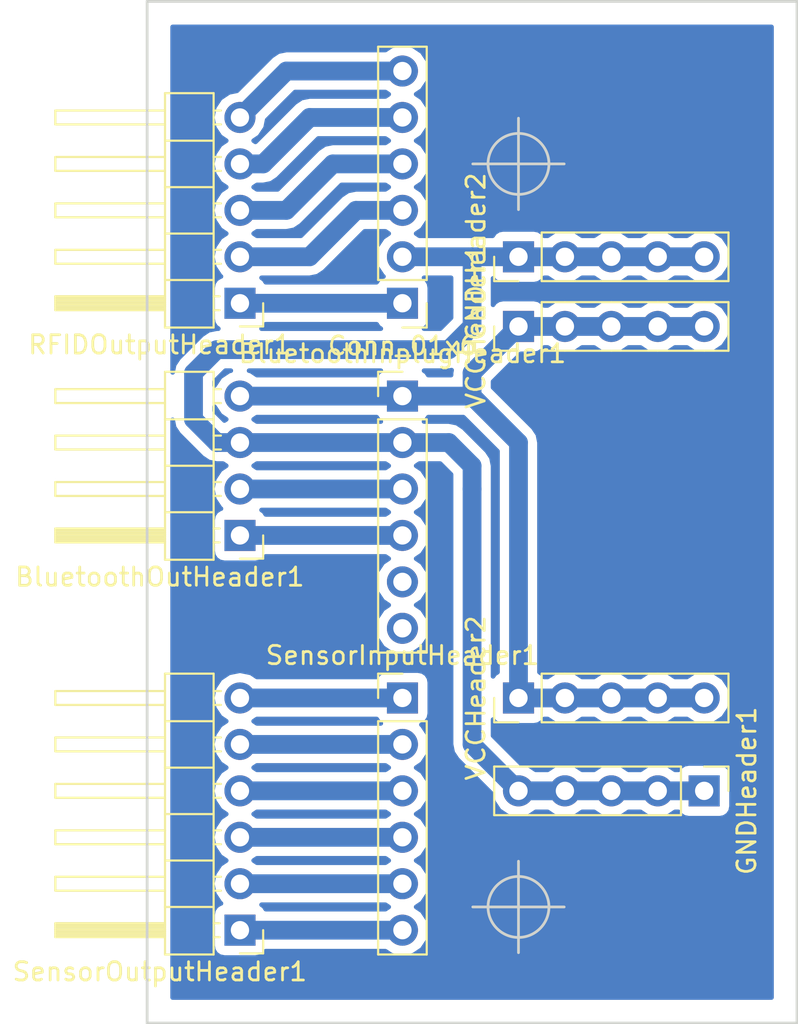
<source format=kicad_pcb>
(kicad_pcb (version 4) (host pcbnew 4.0.7)

  (general
    (links 36)
    (no_connects 0)
    (area 126.195951 62.154999 170.255001 118.185001)
    (thickness 1.6)
    (drawings 6)
    (tracks 58)
    (zones 0)
    (modules 10)
    (nets 18)
  )

  (page A4)
  (layers
    (0 F.Cu signal)
    (31 B.Cu signal)
    (32 B.Adhes user)
    (33 F.Adhes user)
    (34 B.Paste user)
    (35 F.Paste user)
    (36 B.SilkS user)
    (37 F.SilkS user)
    (38 B.Mask user)
    (39 F.Mask user)
    (40 Dwgs.User user)
    (41 Cmts.User user)
    (42 Eco1.User user)
    (43 Eco2.User user)
    (44 Edge.Cuts user)
    (45 Margin user)
    (46 B.CrtYd user)
    (47 F.CrtYd user)
    (48 B.Fab user)
    (49 F.Fab user)
  )

  (setup
    (last_trace_width 1.027)
    (trace_clearance 0.5)
    (zone_clearance 0.508)
    (zone_45_only yes)
    (trace_min 0.2)
    (segment_width 0.2)
    (edge_width 0.15)
    (via_size 0.6)
    (via_drill 0.4)
    (via_min_size 0.4)
    (via_min_drill 0.3)
    (uvia_size 0.3)
    (uvia_drill 0.1)
    (uvias_allowed no)
    (uvia_min_size 0.2)
    (uvia_min_drill 0.1)
    (pcb_text_width 0.3)
    (pcb_text_size 1.5 1.5)
    (mod_edge_width 0.15)
    (mod_text_size 1 1)
    (mod_text_width 0.15)
    (pad_size 2 2)
    (pad_drill 0.762)
    (pad_to_mask_clearance 0.2)
    (aux_axis_origin 0 0)
    (visible_elements 7FFFFFFF)
    (pcbplotparams
      (layerselection 0x00030_80000001)
      (usegerberextensions false)
      (excludeedgelayer true)
      (linewidth 0.100000)
      (plotframeref false)
      (viasonmask false)
      (mode 1)
      (useauxorigin false)
      (hpglpennumber 1)
      (hpglpenspeed 20)
      (hpglpendiameter 15)
      (hpglpenoverlay 2)
      (psnegative false)
      (psa4output false)
      (plotreference true)
      (plotvalue true)
      (plotinvisibletext false)
      (padsonsilk false)
      (subtractmaskfromsilk false)
      (outputformat 1)
      (mirror false)
      (drillshape 1)
      (scaleselection 1)
      (outputdirectory ""))
  )

  (net 0 "")
  (net 1 Vcc)
  (net 2 GND)
  (net 3 TX)
  (net 4 RX)
  (net 5 OUT0)
  (net 6 OUT1)
  (net 7 OUT2)
  (net 8 OUT3)
  (net 9 OUT5)
  (net 10 OUT4)
  (net 11 "Net-(BluetoothInplugHeader1-Pad5)")
  (net 12 "Net-(BluetoothInplugHeader1-Pad6)")
  (net 13 VCC3.3)
  (net 14 MISO)
  (net 15 MOSI)
  (net 16 SCK)
  (net 17 SDA)

  (net_class Default "This is the default net class."
    (clearance 0.5)
    (trace_width 1.027)
    (via_dia 0.6)
    (via_drill 0.4)
    (uvia_dia 0.3)
    (uvia_drill 0.1)
    (add_net GND)
    (add_net MISO)
    (add_net MOSI)
    (add_net "Net-(BluetoothInplugHeader1-Pad5)")
    (add_net "Net-(BluetoothInplugHeader1-Pad6)")
    (add_net OUT0)
    (add_net OUT1)
    (add_net OUT2)
    (add_net OUT3)
    (add_net OUT4)
    (add_net OUT5)
    (add_net RX)
    (add_net SCK)
    (add_net SDA)
    (add_net TX)
    (add_net VCC3.3)
    (add_net Vcc)
  )

  (module Pin_Headers:Pin_Header_Straight_1x06_Pitch2.54mm (layer F.Cu) (tedit 59650532) (tstamp 5AB3A024)
    (at 148.59 83.82)
    (descr "Through hole straight pin header, 1x06, 2.54mm pitch, single row")
    (tags "Through hole pin header THT 1x06 2.54mm single row")
    (path /5AAA7C3E)
    (fp_text reference BluetoothInplugHeader1 (at 0 -2.33) (layer F.SilkS)
      (effects (font (size 1 1) (thickness 0.15)))
    )
    (fp_text value Conn_01x06 (at 0 15.03) (layer F.Fab)
      (effects (font (size 1 1) (thickness 0.15)))
    )
    (fp_line (start -0.635 -1.27) (end 1.27 -1.27) (layer F.Fab) (width 0.1))
    (fp_line (start 1.27 -1.27) (end 1.27 13.97) (layer F.Fab) (width 0.1))
    (fp_line (start 1.27 13.97) (end -1.27 13.97) (layer F.Fab) (width 0.1))
    (fp_line (start -1.27 13.97) (end -1.27 -0.635) (layer F.Fab) (width 0.1))
    (fp_line (start -1.27 -0.635) (end -0.635 -1.27) (layer F.Fab) (width 0.1))
    (fp_line (start -1.33 14.03) (end 1.33 14.03) (layer F.SilkS) (width 0.12))
    (fp_line (start -1.33 1.27) (end -1.33 14.03) (layer F.SilkS) (width 0.12))
    (fp_line (start 1.33 1.27) (end 1.33 14.03) (layer F.SilkS) (width 0.12))
    (fp_line (start -1.33 1.27) (end 1.33 1.27) (layer F.SilkS) (width 0.12))
    (fp_line (start -1.33 0) (end -1.33 -1.33) (layer F.SilkS) (width 0.12))
    (fp_line (start -1.33 -1.33) (end 0 -1.33) (layer F.SilkS) (width 0.12))
    (fp_line (start -1.8 -1.8) (end -1.8 14.5) (layer F.CrtYd) (width 0.05))
    (fp_line (start -1.8 14.5) (end 1.8 14.5) (layer F.CrtYd) (width 0.05))
    (fp_line (start 1.8 14.5) (end 1.8 -1.8) (layer F.CrtYd) (width 0.05))
    (fp_line (start 1.8 -1.8) (end -1.8 -1.8) (layer F.CrtYd) (width 0.05))
    (fp_text user %R (at 0 6.35 90) (layer F.Fab)
      (effects (font (size 1 1) (thickness 0.15)))
    )
    (pad 1 thru_hole rect (at 0 0) (size 1.7 1.7) (drill 1) (layers *.Cu *.Mask)
      (net 1 Vcc))
    (pad 2 thru_hole oval (at 0 2.54) (size 1.7 1.7) (drill 1) (layers *.Cu *.Mask)
      (net 2 GND))
    (pad 3 thru_hole oval (at 0 5.08) (size 1.7 1.7) (drill 1) (layers *.Cu *.Mask)
      (net 3 TX))
    (pad 4 thru_hole oval (at 0 7.62) (size 1.7 1.7) (drill 1) (layers *.Cu *.Mask)
      (net 4 RX))
    (pad 5 thru_hole oval (at 0 10.16) (size 1.7 1.7) (drill 1) (layers *.Cu *.Mask)
      (net 11 "Net-(BluetoothInplugHeader1-Pad5)"))
    (pad 6 thru_hole oval (at 0 12.7) (size 1.7 1.7) (drill 1) (layers *.Cu *.Mask)
      (net 12 "Net-(BluetoothInplugHeader1-Pad6)"))
    (model ${KISYS3DMOD}/Pin_Headers.3dshapes/Pin_Header_Straight_1x06_Pitch2.54mm.wrl
      (at (xyz 0 0 0))
      (scale (xyz 1 1 1))
      (rotate (xyz 0 0 0))
    )
  )

  (module Pin_Headers:Pin_Header_Angled_1x04_Pitch2.54mm (layer F.Cu) (tedit 59650532) (tstamp 5AB3A02C)
    (at 139.7 91.44 180)
    (descr "Through hole angled pin header, 1x04, 2.54mm pitch, 6mm pin length, single row")
    (tags "Through hole angled pin header THT 1x04 2.54mm single row")
    (path /5AAA9680)
    (fp_text reference BluetoothOutHeader1 (at 4.385 -2.27 180) (layer F.SilkS)
      (effects (font (size 1 1) (thickness 0.15)))
    )
    (fp_text value BluetoothOutputHeader (at 4.385 9.89 180) (layer F.Fab)
      (effects (font (size 1 1) (thickness 0.15)))
    )
    (fp_line (start 2.135 -1.27) (end 4.04 -1.27) (layer F.Fab) (width 0.1))
    (fp_line (start 4.04 -1.27) (end 4.04 8.89) (layer F.Fab) (width 0.1))
    (fp_line (start 4.04 8.89) (end 1.5 8.89) (layer F.Fab) (width 0.1))
    (fp_line (start 1.5 8.89) (end 1.5 -0.635) (layer F.Fab) (width 0.1))
    (fp_line (start 1.5 -0.635) (end 2.135 -1.27) (layer F.Fab) (width 0.1))
    (fp_line (start -0.32 -0.32) (end 1.5 -0.32) (layer F.Fab) (width 0.1))
    (fp_line (start -0.32 -0.32) (end -0.32 0.32) (layer F.Fab) (width 0.1))
    (fp_line (start -0.32 0.32) (end 1.5 0.32) (layer F.Fab) (width 0.1))
    (fp_line (start 4.04 -0.32) (end 10.04 -0.32) (layer F.Fab) (width 0.1))
    (fp_line (start 10.04 -0.32) (end 10.04 0.32) (layer F.Fab) (width 0.1))
    (fp_line (start 4.04 0.32) (end 10.04 0.32) (layer F.Fab) (width 0.1))
    (fp_line (start -0.32 2.22) (end 1.5 2.22) (layer F.Fab) (width 0.1))
    (fp_line (start -0.32 2.22) (end -0.32 2.86) (layer F.Fab) (width 0.1))
    (fp_line (start -0.32 2.86) (end 1.5 2.86) (layer F.Fab) (width 0.1))
    (fp_line (start 4.04 2.22) (end 10.04 2.22) (layer F.Fab) (width 0.1))
    (fp_line (start 10.04 2.22) (end 10.04 2.86) (layer F.Fab) (width 0.1))
    (fp_line (start 4.04 2.86) (end 10.04 2.86) (layer F.Fab) (width 0.1))
    (fp_line (start -0.32 4.76) (end 1.5 4.76) (layer F.Fab) (width 0.1))
    (fp_line (start -0.32 4.76) (end -0.32 5.4) (layer F.Fab) (width 0.1))
    (fp_line (start -0.32 5.4) (end 1.5 5.4) (layer F.Fab) (width 0.1))
    (fp_line (start 4.04 4.76) (end 10.04 4.76) (layer F.Fab) (width 0.1))
    (fp_line (start 10.04 4.76) (end 10.04 5.4) (layer F.Fab) (width 0.1))
    (fp_line (start 4.04 5.4) (end 10.04 5.4) (layer F.Fab) (width 0.1))
    (fp_line (start -0.32 7.3) (end 1.5 7.3) (layer F.Fab) (width 0.1))
    (fp_line (start -0.32 7.3) (end -0.32 7.94) (layer F.Fab) (width 0.1))
    (fp_line (start -0.32 7.94) (end 1.5 7.94) (layer F.Fab) (width 0.1))
    (fp_line (start 4.04 7.3) (end 10.04 7.3) (layer F.Fab) (width 0.1))
    (fp_line (start 10.04 7.3) (end 10.04 7.94) (layer F.Fab) (width 0.1))
    (fp_line (start 4.04 7.94) (end 10.04 7.94) (layer F.Fab) (width 0.1))
    (fp_line (start 1.44 -1.33) (end 1.44 8.95) (layer F.SilkS) (width 0.12))
    (fp_line (start 1.44 8.95) (end 4.1 8.95) (layer F.SilkS) (width 0.12))
    (fp_line (start 4.1 8.95) (end 4.1 -1.33) (layer F.SilkS) (width 0.12))
    (fp_line (start 4.1 -1.33) (end 1.44 -1.33) (layer F.SilkS) (width 0.12))
    (fp_line (start 4.1 -0.38) (end 10.1 -0.38) (layer F.SilkS) (width 0.12))
    (fp_line (start 10.1 -0.38) (end 10.1 0.38) (layer F.SilkS) (width 0.12))
    (fp_line (start 10.1 0.38) (end 4.1 0.38) (layer F.SilkS) (width 0.12))
    (fp_line (start 4.1 -0.32) (end 10.1 -0.32) (layer F.SilkS) (width 0.12))
    (fp_line (start 4.1 -0.2) (end 10.1 -0.2) (layer F.SilkS) (width 0.12))
    (fp_line (start 4.1 -0.08) (end 10.1 -0.08) (layer F.SilkS) (width 0.12))
    (fp_line (start 4.1 0.04) (end 10.1 0.04) (layer F.SilkS) (width 0.12))
    (fp_line (start 4.1 0.16) (end 10.1 0.16) (layer F.SilkS) (width 0.12))
    (fp_line (start 4.1 0.28) (end 10.1 0.28) (layer F.SilkS) (width 0.12))
    (fp_line (start 1.11 -0.38) (end 1.44 -0.38) (layer F.SilkS) (width 0.12))
    (fp_line (start 1.11 0.38) (end 1.44 0.38) (layer F.SilkS) (width 0.12))
    (fp_line (start 1.44 1.27) (end 4.1 1.27) (layer F.SilkS) (width 0.12))
    (fp_line (start 4.1 2.16) (end 10.1 2.16) (layer F.SilkS) (width 0.12))
    (fp_line (start 10.1 2.16) (end 10.1 2.92) (layer F.SilkS) (width 0.12))
    (fp_line (start 10.1 2.92) (end 4.1 2.92) (layer F.SilkS) (width 0.12))
    (fp_line (start 1.042929 2.16) (end 1.44 2.16) (layer F.SilkS) (width 0.12))
    (fp_line (start 1.042929 2.92) (end 1.44 2.92) (layer F.SilkS) (width 0.12))
    (fp_line (start 1.44 3.81) (end 4.1 3.81) (layer F.SilkS) (width 0.12))
    (fp_line (start 4.1 4.7) (end 10.1 4.7) (layer F.SilkS) (width 0.12))
    (fp_line (start 10.1 4.7) (end 10.1 5.46) (layer F.SilkS) (width 0.12))
    (fp_line (start 10.1 5.46) (end 4.1 5.46) (layer F.SilkS) (width 0.12))
    (fp_line (start 1.042929 4.7) (end 1.44 4.7) (layer F.SilkS) (width 0.12))
    (fp_line (start 1.042929 5.46) (end 1.44 5.46) (layer F.SilkS) (width 0.12))
    (fp_line (start 1.44 6.35) (end 4.1 6.35) (layer F.SilkS) (width 0.12))
    (fp_line (start 4.1 7.24) (end 10.1 7.24) (layer F.SilkS) (width 0.12))
    (fp_line (start 10.1 7.24) (end 10.1 8) (layer F.SilkS) (width 0.12))
    (fp_line (start 10.1 8) (end 4.1 8) (layer F.SilkS) (width 0.12))
    (fp_line (start 1.042929 7.24) (end 1.44 7.24) (layer F.SilkS) (width 0.12))
    (fp_line (start 1.042929 8) (end 1.44 8) (layer F.SilkS) (width 0.12))
    (fp_line (start -1.27 0) (end -1.27 -1.27) (layer F.SilkS) (width 0.12))
    (fp_line (start -1.27 -1.27) (end 0 -1.27) (layer F.SilkS) (width 0.12))
    (fp_line (start -1.8 -1.8) (end -1.8 9.4) (layer F.CrtYd) (width 0.05))
    (fp_line (start -1.8 9.4) (end 10.55 9.4) (layer F.CrtYd) (width 0.05))
    (fp_line (start 10.55 9.4) (end 10.55 -1.8) (layer F.CrtYd) (width 0.05))
    (fp_line (start 10.55 -1.8) (end -1.8 -1.8) (layer F.CrtYd) (width 0.05))
    (fp_text user %R (at 2.77 3.81 270) (layer F.Fab)
      (effects (font (size 1 1) (thickness 0.15)))
    )
    (pad 1 thru_hole rect (at 0 0 180) (size 1.7 1.7) (drill 1) (layers *.Cu *.Mask)
      (net 4 RX))
    (pad 2 thru_hole oval (at 0 2.54 180) (size 1.7 1.7) (drill 1) (layers *.Cu *.Mask)
      (net 3 TX))
    (pad 3 thru_hole oval (at 0 5.08 180) (size 1.7 1.7) (drill 1) (layers *.Cu *.Mask)
      (net 2 GND))
    (pad 4 thru_hole oval (at 0 7.62 180) (size 1.7 1.7) (drill 1) (layers *.Cu *.Mask)
      (net 1 Vcc))
    (model ${KISYS3DMOD}/Pin_Headers.3dshapes/Pin_Header_Angled_1x04_Pitch2.54mm.wrl
      (at (xyz 0 0 0))
      (scale (xyz 1 1 1))
      (rotate (xyz 0 0 0))
    )
  )

  (module Pin_Headers:Pin_Header_Straight_1x06_Pitch2.54mm (layer F.Cu) (tedit 59650532) (tstamp 5AB3A036)
    (at 148.59 78.74 180)
    (descr "Through hole straight pin header, 1x06, 2.54mm pitch, single row")
    (tags "Through hole pin header THT 1x06 2.54mm single row")
    (path /5AB3AABA)
    (fp_text reference Conn_01x6 (at 0 -2.33 180) (layer F.SilkS)
      (effects (font (size 1 1) (thickness 0.15)))
    )
    (fp_text value RFIDInplugHeader (at 0 15.03 180) (layer F.Fab)
      (effects (font (size 1 1) (thickness 0.15)))
    )
    (fp_line (start -0.635 -1.27) (end 1.27 -1.27) (layer F.Fab) (width 0.1))
    (fp_line (start 1.27 -1.27) (end 1.27 13.97) (layer F.Fab) (width 0.1))
    (fp_line (start 1.27 13.97) (end -1.27 13.97) (layer F.Fab) (width 0.1))
    (fp_line (start -1.27 13.97) (end -1.27 -0.635) (layer F.Fab) (width 0.1))
    (fp_line (start -1.27 -0.635) (end -0.635 -1.27) (layer F.Fab) (width 0.1))
    (fp_line (start -1.33 14.03) (end 1.33 14.03) (layer F.SilkS) (width 0.12))
    (fp_line (start -1.33 1.27) (end -1.33 14.03) (layer F.SilkS) (width 0.12))
    (fp_line (start 1.33 1.27) (end 1.33 14.03) (layer F.SilkS) (width 0.12))
    (fp_line (start -1.33 1.27) (end 1.33 1.27) (layer F.SilkS) (width 0.12))
    (fp_line (start -1.33 0) (end -1.33 -1.33) (layer F.SilkS) (width 0.12))
    (fp_line (start -1.33 -1.33) (end 0 -1.33) (layer F.SilkS) (width 0.12))
    (fp_line (start -1.8 -1.8) (end -1.8 14.5) (layer F.CrtYd) (width 0.05))
    (fp_line (start -1.8 14.5) (end 1.8 14.5) (layer F.CrtYd) (width 0.05))
    (fp_line (start 1.8 14.5) (end 1.8 -1.8) (layer F.CrtYd) (width 0.05))
    (fp_line (start 1.8 -1.8) (end -1.8 -1.8) (layer F.CrtYd) (width 0.05))
    (fp_text user %R (at 0 6.35 270) (layer F.Fab)
      (effects (font (size 1 1) (thickness 0.15)))
    )
    (pad 1 thru_hole rect (at 0 0 180) (size 1.7 1.7) (drill 1) (layers *.Cu *.Mask)
      (net 13 VCC3.3))
    (pad 2 thru_hole oval (at 0 2.54 180) (size 1.7 1.7) (drill 1) (layers *.Cu *.Mask)
      (net 2 GND))
    (pad 3 thru_hole oval (at 0 5.08 180) (size 1.7 1.7) (drill 1) (layers *.Cu *.Mask)
      (net 14 MISO))
    (pad 4 thru_hole oval (at 0 7.62 180) (size 1.7 1.7) (drill 1) (layers *.Cu *.Mask)
      (net 15 MOSI))
    (pad 5 thru_hole oval (at 0 10.16 180) (size 1.7 1.7) (drill 1) (layers *.Cu *.Mask)
      (net 16 SCK))
    (pad 6 thru_hole oval (at 0 12.7 180) (size 1.7 1.7) (drill 1) (layers *.Cu *.Mask)
      (net 17 SDA))
    (model ${KISYS3DMOD}/Pin_Headers.3dshapes/Pin_Header_Straight_1x06_Pitch2.54mm.wrl
      (at (xyz 0 0 0))
      (scale (xyz 1 1 1))
      (rotate (xyz 0 0 0))
    )
  )

  (module Pin_Headers:Pin_Header_Straight_1x05_Pitch2.54mm (layer F.Cu) (tedit 59650532) (tstamp 5AB3A03F)
    (at 165.1 105.41 270)
    (descr "Through hole straight pin header, 1x05, 2.54mm pitch, single row")
    (tags "Through hole pin header THT 1x05 2.54mm single row")
    (path /5AAA7C2E)
    (fp_text reference GNDHeader1 (at 0 -2.33 270) (layer F.SilkS)
      (effects (font (size 1 1) (thickness 0.15)))
    )
    (fp_text value GNDHeader1 (at 0 12.49 270) (layer F.Fab)
      (effects (font (size 1 1) (thickness 0.15)))
    )
    (fp_line (start -0.635 -1.27) (end 1.27 -1.27) (layer F.Fab) (width 0.1))
    (fp_line (start 1.27 -1.27) (end 1.27 11.43) (layer F.Fab) (width 0.1))
    (fp_line (start 1.27 11.43) (end -1.27 11.43) (layer F.Fab) (width 0.1))
    (fp_line (start -1.27 11.43) (end -1.27 -0.635) (layer F.Fab) (width 0.1))
    (fp_line (start -1.27 -0.635) (end -0.635 -1.27) (layer F.Fab) (width 0.1))
    (fp_line (start -1.33 11.49) (end 1.33 11.49) (layer F.SilkS) (width 0.12))
    (fp_line (start -1.33 1.27) (end -1.33 11.49) (layer F.SilkS) (width 0.12))
    (fp_line (start 1.33 1.27) (end 1.33 11.49) (layer F.SilkS) (width 0.12))
    (fp_line (start -1.33 1.27) (end 1.33 1.27) (layer F.SilkS) (width 0.12))
    (fp_line (start -1.33 0) (end -1.33 -1.33) (layer F.SilkS) (width 0.12))
    (fp_line (start -1.33 -1.33) (end 0 -1.33) (layer F.SilkS) (width 0.12))
    (fp_line (start -1.8 -1.8) (end -1.8 11.95) (layer F.CrtYd) (width 0.05))
    (fp_line (start -1.8 11.95) (end 1.8 11.95) (layer F.CrtYd) (width 0.05))
    (fp_line (start 1.8 11.95) (end 1.8 -1.8) (layer F.CrtYd) (width 0.05))
    (fp_line (start 1.8 -1.8) (end -1.8 -1.8) (layer F.CrtYd) (width 0.05))
    (fp_text user %R (at 0 5.08 360) (layer F.Fab)
      (effects (font (size 1 1) (thickness 0.15)))
    )
    (pad 1 thru_hole rect (at 0 0 270) (size 1.7 1.7) (drill 1) (layers *.Cu *.Mask)
      (net 2 GND))
    (pad 2 thru_hole oval (at 0 2.54 270) (size 1.7 1.7) (drill 1) (layers *.Cu *.Mask)
      (net 2 GND))
    (pad 3 thru_hole oval (at 0 5.08 270) (size 1.7 1.7) (drill 1) (layers *.Cu *.Mask)
      (net 2 GND))
    (pad 4 thru_hole oval (at 0 7.62 270) (size 1.7 1.7) (drill 1) (layers *.Cu *.Mask)
      (net 2 GND))
    (pad 5 thru_hole oval (at 0 10.16 270) (size 1.7 1.7) (drill 1) (layers *.Cu *.Mask)
      (net 2 GND))
    (model ${KISYS3DMOD}/Pin_Headers.3dshapes/Pin_Header_Straight_1x05_Pitch2.54mm.wrl
      (at (xyz 0 0 0))
      (scale (xyz 1 1 1))
      (rotate (xyz 0 0 0))
    )
  )

  (module Pin_Headers:Pin_Header_Straight_1x05_Pitch2.54mm (layer F.Cu) (tedit 59650532) (tstamp 5AB3A048)
    (at 154.94 76.2 90)
    (descr "Through hole straight pin header, 1x05, 2.54mm pitch, single row")
    (tags "Through hole pin header THT 1x05 2.54mm single row")
    (path /5AAA7B40)
    (fp_text reference GNDHeader2 (at 0 -2.33 90) (layer F.SilkS)
      (effects (font (size 1 1) (thickness 0.15)))
    )
    (fp_text value GNDHeader2 (at 0 12.49 90) (layer F.Fab)
      (effects (font (size 1 1) (thickness 0.15)))
    )
    (fp_line (start -0.635 -1.27) (end 1.27 -1.27) (layer F.Fab) (width 0.1))
    (fp_line (start 1.27 -1.27) (end 1.27 11.43) (layer F.Fab) (width 0.1))
    (fp_line (start 1.27 11.43) (end -1.27 11.43) (layer F.Fab) (width 0.1))
    (fp_line (start -1.27 11.43) (end -1.27 -0.635) (layer F.Fab) (width 0.1))
    (fp_line (start -1.27 -0.635) (end -0.635 -1.27) (layer F.Fab) (width 0.1))
    (fp_line (start -1.33 11.49) (end 1.33 11.49) (layer F.SilkS) (width 0.12))
    (fp_line (start -1.33 1.27) (end -1.33 11.49) (layer F.SilkS) (width 0.12))
    (fp_line (start 1.33 1.27) (end 1.33 11.49) (layer F.SilkS) (width 0.12))
    (fp_line (start -1.33 1.27) (end 1.33 1.27) (layer F.SilkS) (width 0.12))
    (fp_line (start -1.33 0) (end -1.33 -1.33) (layer F.SilkS) (width 0.12))
    (fp_line (start -1.33 -1.33) (end 0 -1.33) (layer F.SilkS) (width 0.12))
    (fp_line (start -1.8 -1.8) (end -1.8 11.95) (layer F.CrtYd) (width 0.05))
    (fp_line (start -1.8 11.95) (end 1.8 11.95) (layer F.CrtYd) (width 0.05))
    (fp_line (start 1.8 11.95) (end 1.8 -1.8) (layer F.CrtYd) (width 0.05))
    (fp_line (start 1.8 -1.8) (end -1.8 -1.8) (layer F.CrtYd) (width 0.05))
    (fp_text user %R (at 0 5.08 180) (layer F.Fab)
      (effects (font (size 1 1) (thickness 0.15)))
    )
    (pad 1 thru_hole rect (at 0 0 90) (size 1.7 1.7) (drill 1) (layers *.Cu *.Mask)
      (net 2 GND))
    (pad 2 thru_hole oval (at 0 2.54 90) (size 1.7 1.7) (drill 1) (layers *.Cu *.Mask)
      (net 2 GND))
    (pad 3 thru_hole oval (at 0 5.08 90) (size 1.7 1.7) (drill 1) (layers *.Cu *.Mask)
      (net 2 GND))
    (pad 4 thru_hole oval (at 0 7.62 90) (size 1.7 1.7) (drill 1) (layers *.Cu *.Mask)
      (net 2 GND))
    (pad 5 thru_hole oval (at 0 10.16 90) (size 1.7 1.7) (drill 1) (layers *.Cu *.Mask)
      (net 2 GND))
    (model ${KISYS3DMOD}/Pin_Headers.3dshapes/Pin_Header_Straight_1x05_Pitch2.54mm.wrl
      (at (xyz 0 0 0))
      (scale (xyz 1 1 1))
      (rotate (xyz 0 0 0))
    )
  )

  (module Pin_Headers:Pin_Header_Angled_1x05_Pitch2.54mm (layer F.Cu) (tedit 59650532) (tstamp 5AB3A051)
    (at 139.7 78.74 180)
    (descr "Through hole angled pin header, 1x05, 2.54mm pitch, 6mm pin length, single row")
    (tags "Through hole angled pin header THT 1x05 2.54mm single row")
    (path /5AB39987)
    (fp_text reference RFIDOutputHeader1 (at 4.385 -2.27 180) (layer F.SilkS)
      (effects (font (size 1 1) (thickness 0.15)))
    )
    (fp_text value Conn_01x05 (at 4.385 12.43 180) (layer F.Fab)
      (effects (font (size 1 1) (thickness 0.15)))
    )
    (fp_line (start 2.135 -1.27) (end 4.04 -1.27) (layer F.Fab) (width 0.1))
    (fp_line (start 4.04 -1.27) (end 4.04 11.43) (layer F.Fab) (width 0.1))
    (fp_line (start 4.04 11.43) (end 1.5 11.43) (layer F.Fab) (width 0.1))
    (fp_line (start 1.5 11.43) (end 1.5 -0.635) (layer F.Fab) (width 0.1))
    (fp_line (start 1.5 -0.635) (end 2.135 -1.27) (layer F.Fab) (width 0.1))
    (fp_line (start -0.32 -0.32) (end 1.5 -0.32) (layer F.Fab) (width 0.1))
    (fp_line (start -0.32 -0.32) (end -0.32 0.32) (layer F.Fab) (width 0.1))
    (fp_line (start -0.32 0.32) (end 1.5 0.32) (layer F.Fab) (width 0.1))
    (fp_line (start 4.04 -0.32) (end 10.04 -0.32) (layer F.Fab) (width 0.1))
    (fp_line (start 10.04 -0.32) (end 10.04 0.32) (layer F.Fab) (width 0.1))
    (fp_line (start 4.04 0.32) (end 10.04 0.32) (layer F.Fab) (width 0.1))
    (fp_line (start -0.32 2.22) (end 1.5 2.22) (layer F.Fab) (width 0.1))
    (fp_line (start -0.32 2.22) (end -0.32 2.86) (layer F.Fab) (width 0.1))
    (fp_line (start -0.32 2.86) (end 1.5 2.86) (layer F.Fab) (width 0.1))
    (fp_line (start 4.04 2.22) (end 10.04 2.22) (layer F.Fab) (width 0.1))
    (fp_line (start 10.04 2.22) (end 10.04 2.86) (layer F.Fab) (width 0.1))
    (fp_line (start 4.04 2.86) (end 10.04 2.86) (layer F.Fab) (width 0.1))
    (fp_line (start -0.32 4.76) (end 1.5 4.76) (layer F.Fab) (width 0.1))
    (fp_line (start -0.32 4.76) (end -0.32 5.4) (layer F.Fab) (width 0.1))
    (fp_line (start -0.32 5.4) (end 1.5 5.4) (layer F.Fab) (width 0.1))
    (fp_line (start 4.04 4.76) (end 10.04 4.76) (layer F.Fab) (width 0.1))
    (fp_line (start 10.04 4.76) (end 10.04 5.4) (layer F.Fab) (width 0.1))
    (fp_line (start 4.04 5.4) (end 10.04 5.4) (layer F.Fab) (width 0.1))
    (fp_line (start -0.32 7.3) (end 1.5 7.3) (layer F.Fab) (width 0.1))
    (fp_line (start -0.32 7.3) (end -0.32 7.94) (layer F.Fab) (width 0.1))
    (fp_line (start -0.32 7.94) (end 1.5 7.94) (layer F.Fab) (width 0.1))
    (fp_line (start 4.04 7.3) (end 10.04 7.3) (layer F.Fab) (width 0.1))
    (fp_line (start 10.04 7.3) (end 10.04 7.94) (layer F.Fab) (width 0.1))
    (fp_line (start 4.04 7.94) (end 10.04 7.94) (layer F.Fab) (width 0.1))
    (fp_line (start -0.32 9.84) (end 1.5 9.84) (layer F.Fab) (width 0.1))
    (fp_line (start -0.32 9.84) (end -0.32 10.48) (layer F.Fab) (width 0.1))
    (fp_line (start -0.32 10.48) (end 1.5 10.48) (layer F.Fab) (width 0.1))
    (fp_line (start 4.04 9.84) (end 10.04 9.84) (layer F.Fab) (width 0.1))
    (fp_line (start 10.04 9.84) (end 10.04 10.48) (layer F.Fab) (width 0.1))
    (fp_line (start 4.04 10.48) (end 10.04 10.48) (layer F.Fab) (width 0.1))
    (fp_line (start 1.44 -1.33) (end 1.44 11.49) (layer F.SilkS) (width 0.12))
    (fp_line (start 1.44 11.49) (end 4.1 11.49) (layer F.SilkS) (width 0.12))
    (fp_line (start 4.1 11.49) (end 4.1 -1.33) (layer F.SilkS) (width 0.12))
    (fp_line (start 4.1 -1.33) (end 1.44 -1.33) (layer F.SilkS) (width 0.12))
    (fp_line (start 4.1 -0.38) (end 10.1 -0.38) (layer F.SilkS) (width 0.12))
    (fp_line (start 10.1 -0.38) (end 10.1 0.38) (layer F.SilkS) (width 0.12))
    (fp_line (start 10.1 0.38) (end 4.1 0.38) (layer F.SilkS) (width 0.12))
    (fp_line (start 4.1 -0.32) (end 10.1 -0.32) (layer F.SilkS) (width 0.12))
    (fp_line (start 4.1 -0.2) (end 10.1 -0.2) (layer F.SilkS) (width 0.12))
    (fp_line (start 4.1 -0.08) (end 10.1 -0.08) (layer F.SilkS) (width 0.12))
    (fp_line (start 4.1 0.04) (end 10.1 0.04) (layer F.SilkS) (width 0.12))
    (fp_line (start 4.1 0.16) (end 10.1 0.16) (layer F.SilkS) (width 0.12))
    (fp_line (start 4.1 0.28) (end 10.1 0.28) (layer F.SilkS) (width 0.12))
    (fp_line (start 1.11 -0.38) (end 1.44 -0.38) (layer F.SilkS) (width 0.12))
    (fp_line (start 1.11 0.38) (end 1.44 0.38) (layer F.SilkS) (width 0.12))
    (fp_line (start 1.44 1.27) (end 4.1 1.27) (layer F.SilkS) (width 0.12))
    (fp_line (start 4.1 2.16) (end 10.1 2.16) (layer F.SilkS) (width 0.12))
    (fp_line (start 10.1 2.16) (end 10.1 2.92) (layer F.SilkS) (width 0.12))
    (fp_line (start 10.1 2.92) (end 4.1 2.92) (layer F.SilkS) (width 0.12))
    (fp_line (start 1.042929 2.16) (end 1.44 2.16) (layer F.SilkS) (width 0.12))
    (fp_line (start 1.042929 2.92) (end 1.44 2.92) (layer F.SilkS) (width 0.12))
    (fp_line (start 1.44 3.81) (end 4.1 3.81) (layer F.SilkS) (width 0.12))
    (fp_line (start 4.1 4.7) (end 10.1 4.7) (layer F.SilkS) (width 0.12))
    (fp_line (start 10.1 4.7) (end 10.1 5.46) (layer F.SilkS) (width 0.12))
    (fp_line (start 10.1 5.46) (end 4.1 5.46) (layer F.SilkS) (width 0.12))
    (fp_line (start 1.042929 4.7) (end 1.44 4.7) (layer F.SilkS) (width 0.12))
    (fp_line (start 1.042929 5.46) (end 1.44 5.46) (layer F.SilkS) (width 0.12))
    (fp_line (start 1.44 6.35) (end 4.1 6.35) (layer F.SilkS) (width 0.12))
    (fp_line (start 4.1 7.24) (end 10.1 7.24) (layer F.SilkS) (width 0.12))
    (fp_line (start 10.1 7.24) (end 10.1 8) (layer F.SilkS) (width 0.12))
    (fp_line (start 10.1 8) (end 4.1 8) (layer F.SilkS) (width 0.12))
    (fp_line (start 1.042929 7.24) (end 1.44 7.24) (layer F.SilkS) (width 0.12))
    (fp_line (start 1.042929 8) (end 1.44 8) (layer F.SilkS) (width 0.12))
    (fp_line (start 1.44 8.89) (end 4.1 8.89) (layer F.SilkS) (width 0.12))
    (fp_line (start 4.1 9.78) (end 10.1 9.78) (layer F.SilkS) (width 0.12))
    (fp_line (start 10.1 9.78) (end 10.1 10.54) (layer F.SilkS) (width 0.12))
    (fp_line (start 10.1 10.54) (end 4.1 10.54) (layer F.SilkS) (width 0.12))
    (fp_line (start 1.042929 9.78) (end 1.44 9.78) (layer F.SilkS) (width 0.12))
    (fp_line (start 1.042929 10.54) (end 1.44 10.54) (layer F.SilkS) (width 0.12))
    (fp_line (start -1.27 0) (end -1.27 -1.27) (layer F.SilkS) (width 0.12))
    (fp_line (start -1.27 -1.27) (end 0 -1.27) (layer F.SilkS) (width 0.12))
    (fp_line (start -1.8 -1.8) (end -1.8 11.95) (layer F.CrtYd) (width 0.05))
    (fp_line (start -1.8 11.95) (end 10.55 11.95) (layer F.CrtYd) (width 0.05))
    (fp_line (start 10.55 11.95) (end 10.55 -1.8) (layer F.CrtYd) (width 0.05))
    (fp_line (start 10.55 -1.8) (end -1.8 -1.8) (layer F.CrtYd) (width 0.05))
    (fp_text user %R (at 2.77 5.08 270) (layer F.Fab)
      (effects (font (size 1 1) (thickness 0.15)))
    )
    (pad 1 thru_hole rect (at 0 0 180) (size 1.7 1.7) (drill 1) (layers *.Cu *.Mask)
      (net 13 VCC3.3))
    (pad 2 thru_hole oval (at 0 2.54 180) (size 1.7 1.7) (drill 1) (layers *.Cu *.Mask)
      (net 14 MISO))
    (pad 3 thru_hole oval (at 0 5.08 180) (size 1.7 1.7) (drill 1) (layers *.Cu *.Mask)
      (net 15 MOSI))
    (pad 4 thru_hole oval (at 0 7.62 180) (size 1.7 1.7) (drill 1) (layers *.Cu *.Mask)
      (net 16 SCK))
    (pad 5 thru_hole oval (at 0 10.16 180) (size 1.7 1.7) (drill 1) (layers *.Cu *.Mask)
      (net 17 SDA))
    (model ${KISYS3DMOD}/Pin_Headers.3dshapes/Pin_Header_Angled_1x05_Pitch2.54mm.wrl
      (at (xyz 0 0 0))
      (scale (xyz 1 1 1))
      (rotate (xyz 0 0 0))
    )
  )

  (module Pin_Headers:Pin_Header_Straight_1x06_Pitch2.54mm (layer F.Cu) (tedit 59650532) (tstamp 5AB3A05B)
    (at 148.59 100.33)
    (descr "Through hole straight pin header, 1x06, 2.54mm pitch, single row")
    (tags "Through hole pin header THT 1x06 2.54mm single row")
    (path /5AAA9643)
    (fp_text reference SensorInputHeader1 (at 0 -2.33) (layer F.SilkS)
      (effects (font (size 1 1) (thickness 0.15)))
    )
    (fp_text value SensorInputHeader (at 0 15.03) (layer F.Fab)
      (effects (font (size 1 1) (thickness 0.15)))
    )
    (fp_line (start -0.635 -1.27) (end 1.27 -1.27) (layer F.Fab) (width 0.1))
    (fp_line (start 1.27 -1.27) (end 1.27 13.97) (layer F.Fab) (width 0.1))
    (fp_line (start 1.27 13.97) (end -1.27 13.97) (layer F.Fab) (width 0.1))
    (fp_line (start -1.27 13.97) (end -1.27 -0.635) (layer F.Fab) (width 0.1))
    (fp_line (start -1.27 -0.635) (end -0.635 -1.27) (layer F.Fab) (width 0.1))
    (fp_line (start -1.33 14.03) (end 1.33 14.03) (layer F.SilkS) (width 0.12))
    (fp_line (start -1.33 1.27) (end -1.33 14.03) (layer F.SilkS) (width 0.12))
    (fp_line (start 1.33 1.27) (end 1.33 14.03) (layer F.SilkS) (width 0.12))
    (fp_line (start -1.33 1.27) (end 1.33 1.27) (layer F.SilkS) (width 0.12))
    (fp_line (start -1.33 0) (end -1.33 -1.33) (layer F.SilkS) (width 0.12))
    (fp_line (start -1.33 -1.33) (end 0 -1.33) (layer F.SilkS) (width 0.12))
    (fp_line (start -1.8 -1.8) (end -1.8 14.5) (layer F.CrtYd) (width 0.05))
    (fp_line (start -1.8 14.5) (end 1.8 14.5) (layer F.CrtYd) (width 0.05))
    (fp_line (start 1.8 14.5) (end 1.8 -1.8) (layer F.CrtYd) (width 0.05))
    (fp_line (start 1.8 -1.8) (end -1.8 -1.8) (layer F.CrtYd) (width 0.05))
    (fp_text user %R (at 0 6.35 90) (layer F.Fab)
      (effects (font (size 1 1) (thickness 0.15)))
    )
    (pad 1 thru_hole rect (at 0 0) (size 1.7 1.7) (drill 1) (layers *.Cu *.Mask)
      (net 9 OUT5))
    (pad 2 thru_hole oval (at 0 2.54) (size 1.7 1.7) (drill 1) (layers *.Cu *.Mask)
      (net 10 OUT4))
    (pad 3 thru_hole oval (at 0 5.08) (size 1.7 1.7) (drill 1) (layers *.Cu *.Mask)
      (net 8 OUT3))
    (pad 4 thru_hole oval (at 0 7.62) (size 1.7 1.7) (drill 1) (layers *.Cu *.Mask)
      (net 7 OUT2))
    (pad 5 thru_hole oval (at 0 10.16) (size 1.7 1.7) (drill 1) (layers *.Cu *.Mask)
      (net 6 OUT1))
    (pad 6 thru_hole oval (at 0 12.7) (size 1.7 1.7) (drill 1) (layers *.Cu *.Mask)
      (net 5 OUT0))
    (model ${KISYS3DMOD}/Pin_Headers.3dshapes/Pin_Header_Straight_1x06_Pitch2.54mm.wrl
      (at (xyz 0 0 0))
      (scale (xyz 1 1 1))
      (rotate (xyz 0 0 0))
    )
  )

  (module Pin_Headers:Pin_Header_Angled_1x06_Pitch2.54mm (layer F.Cu) (tedit 59650532) (tstamp 5AB3A065)
    (at 139.7 113.03 180)
    (descr "Through hole angled pin header, 1x06, 2.54mm pitch, 6mm pin length, single row")
    (tags "Through hole angled pin header THT 1x06 2.54mm single row")
    (path /5AAA9017)
    (fp_text reference SensorOutputHeader1 (at 4.385 -2.27 180) (layer F.SilkS)
      (effects (font (size 1 1) (thickness 0.15)))
    )
    (fp_text value Conn_01x06 (at 4.385 14.97 180) (layer F.Fab)
      (effects (font (size 1 1) (thickness 0.15)))
    )
    (fp_line (start 2.135 -1.27) (end 4.04 -1.27) (layer F.Fab) (width 0.1))
    (fp_line (start 4.04 -1.27) (end 4.04 13.97) (layer F.Fab) (width 0.1))
    (fp_line (start 4.04 13.97) (end 1.5 13.97) (layer F.Fab) (width 0.1))
    (fp_line (start 1.5 13.97) (end 1.5 -0.635) (layer F.Fab) (width 0.1))
    (fp_line (start 1.5 -0.635) (end 2.135 -1.27) (layer F.Fab) (width 0.1))
    (fp_line (start -0.32 -0.32) (end 1.5 -0.32) (layer F.Fab) (width 0.1))
    (fp_line (start -0.32 -0.32) (end -0.32 0.32) (layer F.Fab) (width 0.1))
    (fp_line (start -0.32 0.32) (end 1.5 0.32) (layer F.Fab) (width 0.1))
    (fp_line (start 4.04 -0.32) (end 10.04 -0.32) (layer F.Fab) (width 0.1))
    (fp_line (start 10.04 -0.32) (end 10.04 0.32) (layer F.Fab) (width 0.1))
    (fp_line (start 4.04 0.32) (end 10.04 0.32) (layer F.Fab) (width 0.1))
    (fp_line (start -0.32 2.22) (end 1.5 2.22) (layer F.Fab) (width 0.1))
    (fp_line (start -0.32 2.22) (end -0.32 2.86) (layer F.Fab) (width 0.1))
    (fp_line (start -0.32 2.86) (end 1.5 2.86) (layer F.Fab) (width 0.1))
    (fp_line (start 4.04 2.22) (end 10.04 2.22) (layer F.Fab) (width 0.1))
    (fp_line (start 10.04 2.22) (end 10.04 2.86) (layer F.Fab) (width 0.1))
    (fp_line (start 4.04 2.86) (end 10.04 2.86) (layer F.Fab) (width 0.1))
    (fp_line (start -0.32 4.76) (end 1.5 4.76) (layer F.Fab) (width 0.1))
    (fp_line (start -0.32 4.76) (end -0.32 5.4) (layer F.Fab) (width 0.1))
    (fp_line (start -0.32 5.4) (end 1.5 5.4) (layer F.Fab) (width 0.1))
    (fp_line (start 4.04 4.76) (end 10.04 4.76) (layer F.Fab) (width 0.1))
    (fp_line (start 10.04 4.76) (end 10.04 5.4) (layer F.Fab) (width 0.1))
    (fp_line (start 4.04 5.4) (end 10.04 5.4) (layer F.Fab) (width 0.1))
    (fp_line (start -0.32 7.3) (end 1.5 7.3) (layer F.Fab) (width 0.1))
    (fp_line (start -0.32 7.3) (end -0.32 7.94) (layer F.Fab) (width 0.1))
    (fp_line (start -0.32 7.94) (end 1.5 7.94) (layer F.Fab) (width 0.1))
    (fp_line (start 4.04 7.3) (end 10.04 7.3) (layer F.Fab) (width 0.1))
    (fp_line (start 10.04 7.3) (end 10.04 7.94) (layer F.Fab) (width 0.1))
    (fp_line (start 4.04 7.94) (end 10.04 7.94) (layer F.Fab) (width 0.1))
    (fp_line (start -0.32 9.84) (end 1.5 9.84) (layer F.Fab) (width 0.1))
    (fp_line (start -0.32 9.84) (end -0.32 10.48) (layer F.Fab) (width 0.1))
    (fp_line (start -0.32 10.48) (end 1.5 10.48) (layer F.Fab) (width 0.1))
    (fp_line (start 4.04 9.84) (end 10.04 9.84) (layer F.Fab) (width 0.1))
    (fp_line (start 10.04 9.84) (end 10.04 10.48) (layer F.Fab) (width 0.1))
    (fp_line (start 4.04 10.48) (end 10.04 10.48) (layer F.Fab) (width 0.1))
    (fp_line (start -0.32 12.38) (end 1.5 12.38) (layer F.Fab) (width 0.1))
    (fp_line (start -0.32 12.38) (end -0.32 13.02) (layer F.Fab) (width 0.1))
    (fp_line (start -0.32 13.02) (end 1.5 13.02) (layer F.Fab) (width 0.1))
    (fp_line (start 4.04 12.38) (end 10.04 12.38) (layer F.Fab) (width 0.1))
    (fp_line (start 10.04 12.38) (end 10.04 13.02) (layer F.Fab) (width 0.1))
    (fp_line (start 4.04 13.02) (end 10.04 13.02) (layer F.Fab) (width 0.1))
    (fp_line (start 1.44 -1.33) (end 1.44 14.03) (layer F.SilkS) (width 0.12))
    (fp_line (start 1.44 14.03) (end 4.1 14.03) (layer F.SilkS) (width 0.12))
    (fp_line (start 4.1 14.03) (end 4.1 -1.33) (layer F.SilkS) (width 0.12))
    (fp_line (start 4.1 -1.33) (end 1.44 -1.33) (layer F.SilkS) (width 0.12))
    (fp_line (start 4.1 -0.38) (end 10.1 -0.38) (layer F.SilkS) (width 0.12))
    (fp_line (start 10.1 -0.38) (end 10.1 0.38) (layer F.SilkS) (width 0.12))
    (fp_line (start 10.1 0.38) (end 4.1 0.38) (layer F.SilkS) (width 0.12))
    (fp_line (start 4.1 -0.32) (end 10.1 -0.32) (layer F.SilkS) (width 0.12))
    (fp_line (start 4.1 -0.2) (end 10.1 -0.2) (layer F.SilkS) (width 0.12))
    (fp_line (start 4.1 -0.08) (end 10.1 -0.08) (layer F.SilkS) (width 0.12))
    (fp_line (start 4.1 0.04) (end 10.1 0.04) (layer F.SilkS) (width 0.12))
    (fp_line (start 4.1 0.16) (end 10.1 0.16) (layer F.SilkS) (width 0.12))
    (fp_line (start 4.1 0.28) (end 10.1 0.28) (layer F.SilkS) (width 0.12))
    (fp_line (start 1.11 -0.38) (end 1.44 -0.38) (layer F.SilkS) (width 0.12))
    (fp_line (start 1.11 0.38) (end 1.44 0.38) (layer F.SilkS) (width 0.12))
    (fp_line (start 1.44 1.27) (end 4.1 1.27) (layer F.SilkS) (width 0.12))
    (fp_line (start 4.1 2.16) (end 10.1 2.16) (layer F.SilkS) (width 0.12))
    (fp_line (start 10.1 2.16) (end 10.1 2.92) (layer F.SilkS) (width 0.12))
    (fp_line (start 10.1 2.92) (end 4.1 2.92) (layer F.SilkS) (width 0.12))
    (fp_line (start 1.042929 2.16) (end 1.44 2.16) (layer F.SilkS) (width 0.12))
    (fp_line (start 1.042929 2.92) (end 1.44 2.92) (layer F.SilkS) (width 0.12))
    (fp_line (start 1.44 3.81) (end 4.1 3.81) (layer F.SilkS) (width 0.12))
    (fp_line (start 4.1 4.7) (end 10.1 4.7) (layer F.SilkS) (width 0.12))
    (fp_line (start 10.1 4.7) (end 10.1 5.46) (layer F.SilkS) (width 0.12))
    (fp_line (start 10.1 5.46) (end 4.1 5.46) (layer F.SilkS) (width 0.12))
    (fp_line (start 1.042929 4.7) (end 1.44 4.7) (layer F.SilkS) (width 0.12))
    (fp_line (start 1.042929 5.46) (end 1.44 5.46) (layer F.SilkS) (width 0.12))
    (fp_line (start 1.44 6.35) (end 4.1 6.35) (layer F.SilkS) (width 0.12))
    (fp_line (start 4.1 7.24) (end 10.1 7.24) (layer F.SilkS) (width 0.12))
    (fp_line (start 10.1 7.24) (end 10.1 8) (layer F.SilkS) (width 0.12))
    (fp_line (start 10.1 8) (end 4.1 8) (layer F.SilkS) (width 0.12))
    (fp_line (start 1.042929 7.24) (end 1.44 7.24) (layer F.SilkS) (width 0.12))
    (fp_line (start 1.042929 8) (end 1.44 8) (layer F.SilkS) (width 0.12))
    (fp_line (start 1.44 8.89) (end 4.1 8.89) (layer F.SilkS) (width 0.12))
    (fp_line (start 4.1 9.78) (end 10.1 9.78) (layer F.SilkS) (width 0.12))
    (fp_line (start 10.1 9.78) (end 10.1 10.54) (layer F.SilkS) (width 0.12))
    (fp_line (start 10.1 10.54) (end 4.1 10.54) (layer F.SilkS) (width 0.12))
    (fp_line (start 1.042929 9.78) (end 1.44 9.78) (layer F.SilkS) (width 0.12))
    (fp_line (start 1.042929 10.54) (end 1.44 10.54) (layer F.SilkS) (width 0.12))
    (fp_line (start 1.44 11.43) (end 4.1 11.43) (layer F.SilkS) (width 0.12))
    (fp_line (start 4.1 12.32) (end 10.1 12.32) (layer F.SilkS) (width 0.12))
    (fp_line (start 10.1 12.32) (end 10.1 13.08) (layer F.SilkS) (width 0.12))
    (fp_line (start 10.1 13.08) (end 4.1 13.08) (layer F.SilkS) (width 0.12))
    (fp_line (start 1.042929 12.32) (end 1.44 12.32) (layer F.SilkS) (width 0.12))
    (fp_line (start 1.042929 13.08) (end 1.44 13.08) (layer F.SilkS) (width 0.12))
    (fp_line (start -1.27 0) (end -1.27 -1.27) (layer F.SilkS) (width 0.12))
    (fp_line (start -1.27 -1.27) (end 0 -1.27) (layer F.SilkS) (width 0.12))
    (fp_line (start -1.8 -1.8) (end -1.8 14.5) (layer F.CrtYd) (width 0.05))
    (fp_line (start -1.8 14.5) (end 10.55 14.5) (layer F.CrtYd) (width 0.05))
    (fp_line (start 10.55 14.5) (end 10.55 -1.8) (layer F.CrtYd) (width 0.05))
    (fp_line (start 10.55 -1.8) (end -1.8 -1.8) (layer F.CrtYd) (width 0.05))
    (fp_text user %R (at 2.77 6.35 270) (layer F.Fab)
      (effects (font (size 1 1) (thickness 0.15)))
    )
    (pad 1 thru_hole rect (at 0 0 180) (size 1.7 1.7) (drill 1) (layers *.Cu *.Mask)
      (net 5 OUT0))
    (pad 2 thru_hole oval (at 0 2.54 180) (size 1.7 1.7) (drill 1) (layers *.Cu *.Mask)
      (net 6 OUT1))
    (pad 3 thru_hole oval (at 0 5.08 180) (size 1.7 1.7) (drill 1) (layers *.Cu *.Mask)
      (net 7 OUT2))
    (pad 4 thru_hole oval (at 0 7.62 180) (size 1.7 1.7) (drill 1) (layers *.Cu *.Mask)
      (net 8 OUT3))
    (pad 5 thru_hole oval (at 0 10.16 180) (size 1.7 1.7) (drill 1) (layers *.Cu *.Mask)
      (net 10 OUT4))
    (pad 6 thru_hole oval (at 0 12.7 180) (size 1.7 1.7) (drill 1) (layers *.Cu *.Mask)
      (net 9 OUT5))
    (model ${KISYS3DMOD}/Pin_Headers.3dshapes/Pin_Header_Angled_1x06_Pitch2.54mm.wrl
      (at (xyz 0 0 0))
      (scale (xyz 1 1 1))
      (rotate (xyz 0 0 0))
    )
  )

  (module Pin_Headers:Pin_Header_Straight_1x05_Pitch2.54mm (layer F.Cu) (tedit 59650532) (tstamp 5AB3A06E)
    (at 154.94 80.01 90)
    (descr "Through hole straight pin header, 1x05, 2.54mm pitch, single row")
    (tags "Through hole pin header THT 1x05 2.54mm single row")
    (path /5AAA7C28)
    (fp_text reference VCCHeader1 (at 0 -2.33 90) (layer F.SilkS)
      (effects (font (size 1 1) (thickness 0.15)))
    )
    (fp_text value Conn_01x05 (at 0 12.49 90) (layer F.Fab)
      (effects (font (size 1 1) (thickness 0.15)))
    )
    (fp_line (start -0.635 -1.27) (end 1.27 -1.27) (layer F.Fab) (width 0.1))
    (fp_line (start 1.27 -1.27) (end 1.27 11.43) (layer F.Fab) (width 0.1))
    (fp_line (start 1.27 11.43) (end -1.27 11.43) (layer F.Fab) (width 0.1))
    (fp_line (start -1.27 11.43) (end -1.27 -0.635) (layer F.Fab) (width 0.1))
    (fp_line (start -1.27 -0.635) (end -0.635 -1.27) (layer F.Fab) (width 0.1))
    (fp_line (start -1.33 11.49) (end 1.33 11.49) (layer F.SilkS) (width 0.12))
    (fp_line (start -1.33 1.27) (end -1.33 11.49) (layer F.SilkS) (width 0.12))
    (fp_line (start 1.33 1.27) (end 1.33 11.49) (layer F.SilkS) (width 0.12))
    (fp_line (start -1.33 1.27) (end 1.33 1.27) (layer F.SilkS) (width 0.12))
    (fp_line (start -1.33 0) (end -1.33 -1.33) (layer F.SilkS) (width 0.12))
    (fp_line (start -1.33 -1.33) (end 0 -1.33) (layer F.SilkS) (width 0.12))
    (fp_line (start -1.8 -1.8) (end -1.8 11.95) (layer F.CrtYd) (width 0.05))
    (fp_line (start -1.8 11.95) (end 1.8 11.95) (layer F.CrtYd) (width 0.05))
    (fp_line (start 1.8 11.95) (end 1.8 -1.8) (layer F.CrtYd) (width 0.05))
    (fp_line (start 1.8 -1.8) (end -1.8 -1.8) (layer F.CrtYd) (width 0.05))
    (fp_text user %R (at 0 5.08 180) (layer F.Fab)
      (effects (font (size 1 1) (thickness 0.15)))
    )
    (pad 1 thru_hole rect (at 0 0 90) (size 1.7 1.7) (drill 1) (layers *.Cu *.Mask)
      (net 1 Vcc))
    (pad 2 thru_hole oval (at 0 2.54 90) (size 1.7 1.7) (drill 1) (layers *.Cu *.Mask)
      (net 1 Vcc))
    (pad 3 thru_hole oval (at 0 5.08 90) (size 1.7 1.7) (drill 1) (layers *.Cu *.Mask)
      (net 1 Vcc))
    (pad 4 thru_hole oval (at 0 7.62 90) (size 1.7 1.7) (drill 1) (layers *.Cu *.Mask)
      (net 1 Vcc))
    (pad 5 thru_hole oval (at 0 10.16 90) (size 1.7 1.7) (drill 1) (layers *.Cu *.Mask)
      (net 1 Vcc))
    (model ${KISYS3DMOD}/Pin_Headers.3dshapes/Pin_Header_Straight_1x05_Pitch2.54mm.wrl
      (at (xyz 0 0 0))
      (scale (xyz 1 1 1))
      (rotate (xyz 0 0 0))
    )
  )

  (module Pin_Headers:Pin_Header_Straight_1x05_Pitch2.54mm (layer F.Cu) (tedit 59650532) (tstamp 5AB3A077)
    (at 154.94 100.33 90)
    (descr "Through hole straight pin header, 1x05, 2.54mm pitch, single row")
    (tags "Through hole pin header THT 1x05 2.54mm single row")
    (path /5AAA7ABE)
    (fp_text reference VCCHeader2 (at 0 -2.33 90) (layer F.SilkS)
      (effects (font (size 1 1) (thickness 0.15)))
    )
    (fp_text value Conn_01x05 (at 0 12.49 90) (layer F.Fab)
      (effects (font (size 1 1) (thickness 0.15)))
    )
    (fp_line (start -0.635 -1.27) (end 1.27 -1.27) (layer F.Fab) (width 0.1))
    (fp_line (start 1.27 -1.27) (end 1.27 11.43) (layer F.Fab) (width 0.1))
    (fp_line (start 1.27 11.43) (end -1.27 11.43) (layer F.Fab) (width 0.1))
    (fp_line (start -1.27 11.43) (end -1.27 -0.635) (layer F.Fab) (width 0.1))
    (fp_line (start -1.27 -0.635) (end -0.635 -1.27) (layer F.Fab) (width 0.1))
    (fp_line (start -1.33 11.49) (end 1.33 11.49) (layer F.SilkS) (width 0.12))
    (fp_line (start -1.33 1.27) (end -1.33 11.49) (layer F.SilkS) (width 0.12))
    (fp_line (start 1.33 1.27) (end 1.33 11.49) (layer F.SilkS) (width 0.12))
    (fp_line (start -1.33 1.27) (end 1.33 1.27) (layer F.SilkS) (width 0.12))
    (fp_line (start -1.33 0) (end -1.33 -1.33) (layer F.SilkS) (width 0.12))
    (fp_line (start -1.33 -1.33) (end 0 -1.33) (layer F.SilkS) (width 0.12))
    (fp_line (start -1.8 -1.8) (end -1.8 11.95) (layer F.CrtYd) (width 0.05))
    (fp_line (start -1.8 11.95) (end 1.8 11.95) (layer F.CrtYd) (width 0.05))
    (fp_line (start 1.8 11.95) (end 1.8 -1.8) (layer F.CrtYd) (width 0.05))
    (fp_line (start 1.8 -1.8) (end -1.8 -1.8) (layer F.CrtYd) (width 0.05))
    (fp_text user %R (at 0 5.08 180) (layer F.Fab)
      (effects (font (size 1 1) (thickness 0.15)))
    )
    (pad 1 thru_hole rect (at 0 0 90) (size 1.7 1.7) (drill 1) (layers *.Cu *.Mask)
      (net 1 Vcc))
    (pad 2 thru_hole oval (at 0 2.54 90) (size 1.7 1.7) (drill 1) (layers *.Cu *.Mask)
      (net 1 Vcc))
    (pad 3 thru_hole oval (at 0 5.08 90) (size 1.7 1.7) (drill 1) (layers *.Cu *.Mask)
      (net 1 Vcc))
    (pad 4 thru_hole oval (at 0 7.62 90) (size 1.7 1.7) (drill 1) (layers *.Cu *.Mask)
      (net 1 Vcc))
    (pad 5 thru_hole oval (at 0 10.16 90) (size 1.7 1.7) (drill 1) (layers *.Cu *.Mask)
      (net 1 Vcc))
    (model ${KISYS3DMOD}/Pin_Headers.3dshapes/Pin_Header_Straight_1x05_Pitch2.54mm.wrl
      (at (xyz 0 0 0))
      (scale (xyz 1 1 1))
      (rotate (xyz 0 0 0))
    )
  )

  (gr_line (start 134.62 62.23) (end 170.18 62.23) (angle 90) (layer Edge.Cuts) (width 0.15))
  (gr_line (start 134.62 118.11) (end 134.62 62.23) (angle 90) (layer Edge.Cuts) (width 0.15))
  (gr_line (start 170.18 118.11) (end 134.62 118.11) (angle 90) (layer Edge.Cuts) (width 0.15))
  (gr_line (start 170.18 62.23) (end 170.18 118.11) (angle 90) (layer Edge.Cuts) (width 0.15))
  (target plus (at 154.94 111.76) (size 5) (width 0.15) (layer Edge.Cuts))
  (target plus (at 154.94 71.12) (size 5) (width 0.15) (layer Edge.Cuts))

  (segment (start 165.1 80.01) (end 162.56 80.01) (width 1.027) (layer B.Cu) (net 1))
  (segment (start 162.56 80.01) (end 160.02 80.01) (width 1.027) (layer B.Cu) (net 1) (tstamp 5AB41B40))
  (segment (start 160.02 80.01) (end 157.48 80.01) (width 1.027) (layer B.Cu) (net 1) (tstamp 5AB41B41))
  (segment (start 157.48 80.01) (end 154.94 80.01) (width 1.027) (layer B.Cu) (net 1) (tstamp 5AB41B42))
  (segment (start 154.94 80.01) (end 152.4 82.55) (width 1.027) (layer B.Cu) (net 1) (tstamp 5AB41B43))
  (segment (start 152.4 82.55) (end 152.4 83.82) (width 1.027) (layer B.Cu) (net 1) (tstamp 5AB41B44))
  (segment (start 154.94 100.33) (end 157.48 100.33) (width 1.027) (layer B.Cu) (net 1))
  (segment (start 157.48 100.33) (end 160.02 100.33) (width 1.027) (layer B.Cu) (net 1) (tstamp 5AB41ADD))
  (segment (start 160.02 100.33) (end 162.56 100.33) (width 1.027) (layer B.Cu) (net 1) (tstamp 5AB41ADE))
  (segment (start 162.56 100.33) (end 165.1 100.33) (width 1.027) (layer B.Cu) (net 1) (tstamp 5AB41ADF))
  (segment (start 154.94 97.79) (end 154.94 100.33) (width 1.027) (layer B.Cu) (net 1))
  (segment (start 154.94 97.79) (end 154.94 86.36) (width 1.027) (layer B.Cu) (net 1) (tstamp 5AB41AD8))
  (segment (start 152.4 83.82) (end 148.59 83.82) (width 1.027) (layer B.Cu) (net 1) (tstamp 5AB4180D))
  (segment (start 154.94 86.36) (end 152.4 83.82) (width 1.027) (layer B.Cu) (net 1) (tstamp 5AB4180C))
  (segment (start 139.7 83.82) (end 148.59 83.82) (width 1.027) (layer B.Cu) (net 1))
  (segment (start 139.7 86.36) (end 138.43 86.36) (width 1.027) (layer B.Cu) (net 2))
  (segment (start 152.4 80.01) (end 152.4 76.2) (width 1.027) (layer B.Cu) (net 2) (tstamp 5AB48F88))
  (segment (start 151.13 81.28) (end 152.4 80.01) (width 1.027) (layer B.Cu) (net 2) (tstamp 5AB48F87))
  (segment (start 138.43 81.28) (end 151.13 81.28) (width 1.027) (layer B.Cu) (net 2) (tstamp 5AB48F86))
  (segment (start 137.16 82.55) (end 138.43 81.28) (width 1.027) (layer B.Cu) (net 2) (tstamp 5AB48F85))
  (segment (start 137.16 85.09) (end 137.16 82.55) (width 1.027) (layer B.Cu) (net 2) (tstamp 5AB48F84))
  (segment (start 138.43 86.36) (end 137.16 85.09) (width 1.027) (layer B.Cu) (net 2) (tstamp 5AB48F83))
  (segment (start 148.59 76.2) (end 152.4 76.2) (width 1.027) (layer B.Cu) (net 2))
  (segment (start 152.4 76.2) (end 154.94 76.2) (width 1.027) (layer B.Cu) (net 2) (tstamp 5AB48F8C))
  (segment (start 154.94 76.2) (end 157.48 76.2) (width 1.027) (layer B.Cu) (net 2) (tstamp 5AB41B3A))
  (segment (start 157.48 76.2) (end 160.02 76.2) (width 1.027) (layer B.Cu) (net 2) (tstamp 5AB41B3B))
  (segment (start 160.02 76.2) (end 162.56 76.2) (width 1.027) (layer B.Cu) (net 2) (tstamp 5AB41B3C))
  (segment (start 162.56 76.2) (end 165.1 76.2) (width 1.027) (layer B.Cu) (net 2) (tstamp 5AB41B3D))
  (segment (start 152.4 102.87) (end 154.94 105.41) (width 1.027) (layer B.Cu) (net 2))
  (segment (start 154.94 105.41) (end 157.48 105.41) (width 1.027) (layer B.Cu) (net 2) (tstamp 5AB41AFD))
  (segment (start 157.48 105.41) (end 160.02 105.41) (width 1.027) (layer B.Cu) (net 2) (tstamp 5AB41AFE))
  (segment (start 160.02 105.41) (end 162.56 105.41) (width 1.027) (layer B.Cu) (net 2) (tstamp 5AB41AFF))
  (segment (start 162.56 105.41) (end 165.1 105.41) (width 1.027) (layer B.Cu) (net 2) (tstamp 5AB41B00))
  (segment (start 148.59 86.36) (end 151.13 86.36) (width 1.027) (layer B.Cu) (net 2))
  (segment (start 152.4 102.87) (end 152.4 88.9) (width 1.027) (layer B.Cu) (net 2) (tstamp 5AB41AFB))
  (segment (start 152.4 87.63) (end 152.4 88.9) (width 1.027) (layer B.Cu) (net 2) (tstamp 5AB41815))
  (segment (start 151.13 86.36) (end 152.4 87.63) (width 1.027) (layer B.Cu) (net 2) (tstamp 5AB41814))
  (segment (start 139.7 86.36) (end 148.59 86.36) (width 1.027) (layer B.Cu) (net 2))
  (segment (start 139.7 88.9) (end 148.59 88.9) (width 1.027) (layer B.Cu) (net 3))
  (segment (start 139.7 91.44) (end 148.59 91.44) (width 1.027) (layer B.Cu) (net 4))
  (segment (start 148.59 113.03) (end 139.7 113.03) (width 1.027) (layer B.Cu) (net 5))
  (segment (start 139.7 110.49) (end 148.59 110.49) (width 1.027) (layer B.Cu) (net 6))
  (segment (start 148.59 107.95) (end 139.7 107.95) (width 1.027) (layer B.Cu) (net 7))
  (segment (start 139.7 105.41) (end 148.59 105.41) (width 1.027) (layer B.Cu) (net 8))
  (segment (start 139.7 100.33) (end 148.59 100.33) (width 1.027) (layer B.Cu) (net 9))
  (segment (start 139.7 102.87) (end 148.59 102.87) (width 1.027) (layer B.Cu) (net 10))
  (segment (start 139.7 78.74) (end 148.59 78.74) (width 1.027) (layer B.Cu) (net 13))
  (segment (start 139.7 76.2) (end 143.51 76.2) (width 1.027) (layer B.Cu) (net 14))
  (segment (start 146.05 73.66) (end 148.59 73.66) (width 1.027) (layer B.Cu) (net 14) (tstamp 5AB4166A))
  (segment (start 143.51 76.2) (end 146.05 73.66) (width 1.027) (layer B.Cu) (net 14) (tstamp 5AB41669))
  (segment (start 139.7 73.66) (end 142.24 73.66) (width 1.027) (layer B.Cu) (net 15))
  (segment (start 144.78 71.12) (end 148.59 71.12) (width 1.027) (layer B.Cu) (net 15) (tstamp 5AB41666))
  (segment (start 142.24 73.66) (end 144.78 71.12) (width 1.027) (layer B.Cu) (net 15) (tstamp 5AB41665))
  (segment (start 148.59 68.58) (end 143.51 68.58) (width 1.027) (layer B.Cu) (net 16))
  (segment (start 140.97 71.12) (end 139.7 71.12) (width 1.027) (layer B.Cu) (net 16) (tstamp 5AB41660))
  (segment (start 143.51 68.58) (end 140.97 71.12) (width 1.027) (layer B.Cu) (net 16) (tstamp 5AB4165F))
  (segment (start 139.7 68.58) (end 142.24 66.04) (width 1.027) (layer B.Cu) (net 17))
  (segment (start 142.24 66.04) (end 148.59 66.04) (width 1.027) (layer B.Cu) (net 17) (tstamp 5AB4165C))

  (zone (net 0) (net_name "") (layer B.Cu) (tstamp 5AB4DEBE) (hatch edge 0.508)
    (connect_pads (clearance 0.508))
    (min_thickness 0.254)
    (fill yes (arc_segments 16) (thermal_gap 0.508) (thermal_bridge_width 0.508))
    (polygon
      (pts
        (xy 168.91 116.84) (xy 135.89 116.84) (xy 135.89 63.5) (xy 168.91 63.5)
      )
    )
    (filled_polygon
      (pts
        (xy 168.783 116.713) (xy 136.017 116.713) (xy 136.017 100.33) (xy 138.185907 100.33) (xy 138.298946 100.898285)
        (xy 138.620853 101.380054) (xy 138.950026 101.6) (xy 138.620853 101.819946) (xy 138.298946 102.301715) (xy 138.185907 102.87)
        (xy 138.298946 103.438285) (xy 138.620853 103.920054) (xy 138.950026 104.14) (xy 138.620853 104.359946) (xy 138.298946 104.841715)
        (xy 138.185907 105.41) (xy 138.298946 105.978285) (xy 138.620853 106.460054) (xy 138.950026 106.68) (xy 138.620853 106.899946)
        (xy 138.298946 107.381715) (xy 138.185907 107.95) (xy 138.298946 108.518285) (xy 138.620853 109.000054) (xy 138.950026 109.22)
        (xy 138.620853 109.439946) (xy 138.298946 109.921715) (xy 138.185907 110.49) (xy 138.298946 111.058285) (xy 138.620853 111.540054)
        (xy 138.662452 111.56785) (xy 138.614683 111.576838) (xy 138.398559 111.71591) (xy 138.253569 111.92811) (xy 138.20256 112.18)
        (xy 138.20256 113.88) (xy 138.246838 114.115317) (xy 138.38591 114.331441) (xy 138.59811 114.476431) (xy 138.85 114.52744)
        (xy 140.55 114.52744) (xy 140.785317 114.483162) (xy 141.001441 114.34409) (xy 141.114584 114.1785) (xy 147.658188 114.1785)
        (xy 147.992622 114.401961) (xy 148.560907 114.515) (xy 148.619093 114.515) (xy 149.187378 114.401961) (xy 149.669147 114.080054)
        (xy 149.991054 113.598285) (xy 150.104093 113.03) (xy 149.991054 112.461715) (xy 149.669147 111.979946) (xy 149.339974 111.76)
        (xy 149.669147 111.540054) (xy 149.991054 111.058285) (xy 150.104093 110.49) (xy 149.991054 109.921715) (xy 149.669147 109.439946)
        (xy 149.339974 109.22) (xy 149.669147 109.000054) (xy 149.991054 108.518285) (xy 150.104093 107.95) (xy 149.991054 107.381715)
        (xy 149.669147 106.899946) (xy 149.339974 106.68) (xy 149.669147 106.460054) (xy 149.991054 105.978285) (xy 150.104093 105.41)
        (xy 149.991054 104.841715) (xy 149.669147 104.359946) (xy 149.339974 104.14) (xy 149.669147 103.920054) (xy 149.991054 103.438285)
        (xy 150.104093 102.87) (xy 149.991054 102.301715) (xy 149.669147 101.819946) (xy 149.627548 101.79215) (xy 149.675317 101.783162)
        (xy 149.891441 101.64409) (xy 150.036431 101.43189) (xy 150.08744 101.18) (xy 150.08744 99.48) (xy 150.043162 99.244683)
        (xy 149.90409 99.028559) (xy 149.69189 98.883569) (xy 149.44 98.83256) (xy 147.74 98.83256) (xy 147.504683 98.876838)
        (xy 147.288559 99.01591) (xy 147.175416 99.1815) (xy 140.631812 99.1815) (xy 140.297378 98.958039) (xy 139.729093 98.845)
        (xy 139.670907 98.845) (xy 139.102622 98.958039) (xy 138.620853 99.279946) (xy 138.298946 99.761715) (xy 138.185907 100.33)
        (xy 136.017 100.33) (xy 136.017 85.11765) (xy 136.098924 85.529512) (xy 136.347888 85.902112) (xy 137.617888 87.172112)
        (xy 137.990488 87.421076) (xy 138.43 87.5085) (xy 138.768188 87.5085) (xy 138.950026 87.63) (xy 138.620853 87.849946)
        (xy 138.298946 88.331715) (xy 138.185907 88.9) (xy 138.298946 89.468285) (xy 138.620853 89.950054) (xy 138.662452 89.97785)
        (xy 138.614683 89.986838) (xy 138.398559 90.12591) (xy 138.253569 90.33811) (xy 138.20256 90.59) (xy 138.20256 92.29)
        (xy 138.246838 92.525317) (xy 138.38591 92.741441) (xy 138.59811 92.886431) (xy 138.85 92.93744) (xy 140.55 92.93744)
        (xy 140.785317 92.893162) (xy 141.001441 92.75409) (xy 141.114584 92.5885) (xy 147.658188 92.5885) (xy 147.840026 92.71)
        (xy 147.510853 92.929946) (xy 147.188946 93.411715) (xy 147.075907 93.98) (xy 147.188946 94.548285) (xy 147.510853 95.030054)
        (xy 147.840026 95.25) (xy 147.510853 95.469946) (xy 147.188946 95.951715) (xy 147.075907 96.52) (xy 147.188946 97.088285)
        (xy 147.510853 97.570054) (xy 147.992622 97.891961) (xy 148.560907 98.005) (xy 148.619093 98.005) (xy 149.187378 97.891961)
        (xy 149.669147 97.570054) (xy 149.991054 97.088285) (xy 150.104093 96.52) (xy 149.991054 95.951715) (xy 149.669147 95.469946)
        (xy 149.339974 95.25) (xy 149.669147 95.030054) (xy 149.991054 94.548285) (xy 150.104093 93.98) (xy 149.991054 93.411715)
        (xy 149.669147 92.929946) (xy 149.339974 92.71) (xy 149.669147 92.490054) (xy 149.991054 92.008285) (xy 150.104093 91.44)
        (xy 149.991054 90.871715) (xy 149.669147 90.389946) (xy 149.339974 90.17) (xy 149.669147 89.950054) (xy 149.991054 89.468285)
        (xy 150.104093 88.9) (xy 149.991054 88.331715) (xy 149.669147 87.849946) (xy 149.339974 87.63) (xy 149.521812 87.5085)
        (xy 150.654276 87.5085) (xy 151.2515 88.105724) (xy 151.2515 102.87) (xy 151.338924 103.309512) (xy 151.587888 103.682112)
        (xy 153.482346 105.57657) (xy 153.568039 106.007378) (xy 153.889946 106.489147) (xy 154.371715 106.811054) (xy 154.94 106.924093)
        (xy 155.508285 106.811054) (xy 155.88626 106.5585) (xy 156.53374 106.5585) (xy 156.911715 106.811054) (xy 157.48 106.924093)
        (xy 158.048285 106.811054) (xy 158.42626 106.5585) (xy 159.07374 106.5585) (xy 159.451715 106.811054) (xy 160.02 106.924093)
        (xy 160.588285 106.811054) (xy 160.96626 106.5585) (xy 161.61374 106.5585) (xy 161.991715 106.811054) (xy 162.56 106.924093)
        (xy 163.128285 106.811054) (xy 163.50626 106.5585) (xy 163.687495 106.5585) (xy 163.78591 106.711441) (xy 163.99811 106.856431)
        (xy 164.25 106.90744) (xy 165.95 106.90744) (xy 166.185317 106.863162) (xy 166.401441 106.72409) (xy 166.546431 106.51189)
        (xy 166.59744 106.26) (xy 166.59744 104.56) (xy 166.553162 104.324683) (xy 166.41409 104.108559) (xy 166.20189 103.963569)
        (xy 165.95 103.91256) (xy 164.25 103.91256) (xy 164.014683 103.956838) (xy 163.798559 104.09591) (xy 163.685416 104.2615)
        (xy 163.50626 104.2615) (xy 163.128285 104.008946) (xy 162.56 103.895907) (xy 161.991715 104.008946) (xy 161.61374 104.2615)
        (xy 160.96626 104.2615) (xy 160.588285 104.008946) (xy 160.02 103.895907) (xy 159.451715 104.008946) (xy 159.07374 104.2615)
        (xy 158.42626 104.2615) (xy 158.048285 104.008946) (xy 157.48 103.895907) (xy 156.911715 104.008946) (xy 156.53374 104.2615)
        (xy 155.88626 104.2615) (xy 155.508285 104.008946) (xy 155.077477 103.923253) (xy 153.5485 102.394276) (xy 153.5485 101.511142)
        (xy 153.62591 101.631441) (xy 153.83811 101.776431) (xy 154.09 101.82744) (xy 155.79 101.82744) (xy 156.025317 101.783162)
        (xy 156.241441 101.64409) (xy 156.354584 101.4785) (xy 156.53374 101.4785) (xy 156.911715 101.731054) (xy 157.48 101.844093)
        (xy 158.048285 101.731054) (xy 158.42626 101.4785) (xy 159.07374 101.4785) (xy 159.451715 101.731054) (xy 160.02 101.844093)
        (xy 160.588285 101.731054) (xy 160.96626 101.4785) (xy 161.61374 101.4785) (xy 161.991715 101.731054) (xy 162.56 101.844093)
        (xy 163.128285 101.731054) (xy 163.50626 101.4785) (xy 164.15374 101.4785) (xy 164.531715 101.731054) (xy 165.1 101.844093)
        (xy 165.668285 101.731054) (xy 166.150054 101.409147) (xy 166.471961 100.927378) (xy 166.585 100.359093) (xy 166.585 100.300907)
        (xy 166.471961 99.732622) (xy 166.150054 99.250853) (xy 165.668285 98.928946) (xy 165.1 98.815907) (xy 164.531715 98.928946)
        (xy 164.15374 99.1815) (xy 163.50626 99.1815) (xy 163.128285 98.928946) (xy 162.56 98.815907) (xy 161.991715 98.928946)
        (xy 161.61374 99.1815) (xy 160.96626 99.1815) (xy 160.588285 98.928946) (xy 160.02 98.815907) (xy 159.451715 98.928946)
        (xy 159.07374 99.1815) (xy 158.42626 99.1815) (xy 158.048285 98.928946) (xy 157.48 98.815907) (xy 156.911715 98.928946)
        (xy 156.53374 99.1815) (xy 156.352505 99.1815) (xy 156.25409 99.028559) (xy 156.0885 98.915416) (xy 156.0885 86.36)
        (xy 156.001076 85.920488) (xy 155.752112 85.547888) (xy 153.5485 83.344276) (xy 153.5485 83.025724) (xy 155.066784 81.50744)
        (xy 155.79 81.50744) (xy 156.025317 81.463162) (xy 156.241441 81.32409) (xy 156.354584 81.1585) (xy 156.53374 81.1585)
        (xy 156.911715 81.411054) (xy 157.48 81.524093) (xy 158.048285 81.411054) (xy 158.42626 81.1585) (xy 159.07374 81.1585)
        (xy 159.451715 81.411054) (xy 160.02 81.524093) (xy 160.588285 81.411054) (xy 160.96626 81.1585) (xy 161.61374 81.1585)
        (xy 161.991715 81.411054) (xy 162.56 81.524093) (xy 163.128285 81.411054) (xy 163.50626 81.1585) (xy 164.15374 81.1585)
        (xy 164.531715 81.411054) (xy 165.1 81.524093) (xy 165.668285 81.411054) (xy 166.150054 81.089147) (xy 166.471961 80.607378)
        (xy 166.585 80.039093) (xy 166.585 79.980907) (xy 166.471961 79.412622) (xy 166.150054 78.930853) (xy 165.668285 78.608946)
        (xy 165.1 78.495907) (xy 164.531715 78.608946) (xy 164.15374 78.8615) (xy 163.50626 78.8615) (xy 163.128285 78.608946)
        (xy 162.56 78.495907) (xy 161.991715 78.608946) (xy 161.61374 78.8615) (xy 160.96626 78.8615) (xy 160.588285 78.608946)
        (xy 160.02 78.495907) (xy 159.451715 78.608946) (xy 159.07374 78.8615) (xy 158.42626 78.8615) (xy 158.048285 78.608946)
        (xy 157.48 78.495907) (xy 156.911715 78.608946) (xy 156.53374 78.8615) (xy 156.352505 78.8615) (xy 156.25409 78.708559)
        (xy 156.04189 78.563569) (xy 155.79 78.51256) (xy 154.09 78.51256) (xy 153.854683 78.556838) (xy 153.638559 78.69591)
        (xy 153.5485 78.827716) (xy 153.5485 77.381142) (xy 153.62591 77.501441) (xy 153.83811 77.646431) (xy 154.09 77.69744)
        (xy 155.79 77.69744) (xy 156.025317 77.653162) (xy 156.241441 77.51409) (xy 156.354584 77.3485) (xy 156.53374 77.3485)
        (xy 156.911715 77.601054) (xy 157.48 77.714093) (xy 158.048285 77.601054) (xy 158.42626 77.3485) (xy 159.07374 77.3485)
        (xy 159.451715 77.601054) (xy 160.02 77.714093) (xy 160.588285 77.601054) (xy 160.96626 77.3485) (xy 161.61374 77.3485)
        (xy 161.991715 77.601054) (xy 162.56 77.714093) (xy 163.128285 77.601054) (xy 163.50626 77.3485) (xy 164.15374 77.3485)
        (xy 164.531715 77.601054) (xy 165.1 77.714093) (xy 165.668285 77.601054) (xy 166.150054 77.279147) (xy 166.471961 76.797378)
        (xy 166.585 76.229093) (xy 166.585 76.170907) (xy 166.471961 75.602622) (xy 166.150054 75.120853) (xy 165.668285 74.798946)
        (xy 165.1 74.685907) (xy 164.531715 74.798946) (xy 164.15374 75.0515) (xy 163.50626 75.0515) (xy 163.128285 74.798946)
        (xy 162.56 74.685907) (xy 161.991715 74.798946) (xy 161.61374 75.0515) (xy 160.96626 75.0515) (xy 160.588285 74.798946)
        (xy 160.02 74.685907) (xy 159.451715 74.798946) (xy 159.07374 75.0515) (xy 158.42626 75.0515) (xy 158.048285 74.798946)
        (xy 157.48 74.685907) (xy 156.911715 74.798946) (xy 156.53374 75.0515) (xy 156.352505 75.0515) (xy 156.25409 74.898559)
        (xy 156.04189 74.753569) (xy 155.79 74.70256) (xy 154.09 74.70256) (xy 153.854683 74.746838) (xy 153.638559 74.88591)
        (xy 153.525416 75.0515) (xy 149.521812 75.0515) (xy 149.339974 74.93) (xy 149.669147 74.710054) (xy 149.991054 74.228285)
        (xy 150.104093 73.66) (xy 149.991054 73.091715) (xy 149.669147 72.609946) (xy 149.339974 72.39) (xy 149.669147 72.170054)
        (xy 149.991054 71.688285) (xy 150.104093 71.12) (xy 149.991054 70.551715) (xy 149.669147 70.069946) (xy 149.339974 69.85)
        (xy 149.669147 69.630054) (xy 149.991054 69.148285) (xy 150.104093 68.58) (xy 149.991054 68.011715) (xy 149.669147 67.529946)
        (xy 149.339974 67.31) (xy 149.669147 67.090054) (xy 149.991054 66.608285) (xy 150.104093 66.04) (xy 149.991054 65.471715)
        (xy 149.669147 64.989946) (xy 149.187378 64.668039) (xy 148.619093 64.555) (xy 148.560907 64.555) (xy 147.992622 64.668039)
        (xy 147.658188 64.8915) (xy 142.24 64.8915) (xy 141.800488 64.978924) (xy 141.427888 65.227888) (xy 139.53343 67.122346)
        (xy 139.102622 67.208039) (xy 138.620853 67.529946) (xy 138.298946 68.011715) (xy 138.185907 68.58) (xy 138.298946 69.148285)
        (xy 138.620853 69.630054) (xy 138.950026 69.85) (xy 138.620853 70.069946) (xy 138.298946 70.551715) (xy 138.185907 71.12)
        (xy 138.298946 71.688285) (xy 138.620853 72.170054) (xy 138.950026 72.39) (xy 138.620853 72.609946) (xy 138.298946 73.091715)
        (xy 138.185907 73.66) (xy 138.298946 74.228285) (xy 138.620853 74.710054) (xy 138.950026 74.93) (xy 138.620853 75.149946)
        (xy 138.298946 75.631715) (xy 138.185907 76.2) (xy 138.298946 76.768285) (xy 138.620853 77.250054) (xy 138.662452 77.27785)
        (xy 138.614683 77.286838) (xy 138.398559 77.42591) (xy 138.253569 77.63811) (xy 138.20256 77.89) (xy 138.20256 79.59)
        (xy 138.246838 79.825317) (xy 138.38591 80.041441) (xy 138.517716 80.1315) (xy 138.43 80.1315) (xy 137.990488 80.218924)
        (xy 137.617888 80.467888) (xy 136.347888 81.737888) (xy 136.098924 82.110488) (xy 136.017 82.52235) (xy 136.017 63.627)
        (xy 168.783 63.627)
      )
    )
    (filled_polygon
      (pts
        (xy 147.840026 111.76) (xy 147.658188 111.8815) (xy 141.112505 111.8815) (xy 141.01409 111.728559) (xy 140.882284 111.6385)
        (xy 147.658188 111.6385)
      )
    )
    (filled_polygon
      (pts
        (xy 147.840026 109.22) (xy 147.658188 109.3415) (xy 140.631812 109.3415) (xy 140.449974 109.22) (xy 140.631812 109.0985)
        (xy 147.658188 109.0985)
      )
    )
    (filled_polygon
      (pts
        (xy 147.840026 106.68) (xy 147.658188 106.8015) (xy 140.631812 106.8015) (xy 140.449974 106.68) (xy 140.631812 106.5585)
        (xy 147.658188 106.5585)
      )
    )
    (filled_polygon
      (pts
        (xy 147.840026 104.14) (xy 147.658188 104.2615) (xy 140.631812 104.2615) (xy 140.449974 104.14) (xy 140.631812 104.0185)
        (xy 147.658188 104.0185)
      )
    )
    (filled_polygon
      (pts
        (xy 147.27591 101.631441) (xy 147.407716 101.7215) (xy 140.631812 101.7215) (xy 140.449974 101.6) (xy 140.631812 101.4785)
        (xy 147.177495 101.4785)
      )
    )
    (filled_polygon
      (pts
        (xy 153.7915 86.835724) (xy 153.7915 98.917495) (xy 153.638559 99.01591) (xy 153.5485 99.147716) (xy 153.5485 87.63)
        (xy 153.461076 87.190488) (xy 153.212112 86.817888) (xy 151.942112 85.547888) (xy 151.569512 85.298924) (xy 151.13 85.2115)
        (xy 149.771142 85.2115) (xy 149.891441 85.13409) (xy 150.004584 84.9685) (xy 151.924276 84.9685)
      )
    )
    (filled_polygon
      (pts
        (xy 147.840026 90.17) (xy 147.658188 90.2915) (xy 141.112505 90.2915) (xy 141.01409 90.138559) (xy 140.882284 90.0485)
        (xy 147.658188 90.0485)
      )
    )
    (filled_polygon
      (pts
        (xy 147.840026 87.63) (xy 147.658188 87.7515) (xy 140.631812 87.7515) (xy 140.449974 87.63) (xy 140.631812 87.5085)
        (xy 147.658188 87.5085)
      )
    )
    (filled_polygon
      (pts
        (xy 147.27591 85.121441) (xy 147.407716 85.2115) (xy 140.631812 85.2115) (xy 140.449974 85.09) (xy 140.631812 84.9685)
        (xy 147.177495 84.9685)
      )
    )
    (filled_polygon
      (pts
        (xy 138.620853 84.870054) (xy 138.950026 85.09) (xy 138.850635 85.156411) (xy 138.3085 84.614276) (xy 138.3085 84.402584)
      )
    )
    (filled_polygon
      (pts
        (xy 139.102622 82.448039) (xy 138.620853 82.769946) (xy 138.3085 83.237416) (xy 138.3085 83.025724) (xy 138.905724 82.4285)
        (xy 139.200851 82.4285)
      )
    )
    (filled_polygon
      (pts
        (xy 151.2515 82.55) (xy 151.2515 82.6715) (xy 150.002505 82.6715) (xy 149.90409 82.518559) (xy 149.772284 82.4285)
        (xy 151.13 82.4285) (xy 151.281669 82.398331)
      )
    )
    (filled_polygon
      (pts
        (xy 147.288559 82.50591) (xy 147.175416 82.6715) (xy 140.631812 82.6715) (xy 140.297378 82.448039) (xy 140.199149 82.4285)
        (xy 147.408858 82.4285)
      )
    )
    (filled_polygon
      (pts
        (xy 151.2515 79.534276) (xy 150.654276 80.1315) (xy 149.771142 80.1315) (xy 149.891441 80.05409) (xy 150.036431 79.84189)
        (xy 150.08744 79.59) (xy 150.08744 77.89) (xy 150.043162 77.654683) (xy 149.90409 77.438559) (xy 149.772284 77.3485)
        (xy 151.2515 77.3485)
      )
    )
    (filled_polygon
      (pts
        (xy 147.27591 80.041441) (xy 147.407716 80.1315) (xy 140.881142 80.1315) (xy 141.001441 80.05409) (xy 141.114584 79.8885)
        (xy 147.177495 79.8885)
      )
    )
    (filled_polygon
      (pts
        (xy 147.840026 74.93) (xy 147.510853 75.149946) (xy 147.188946 75.631715) (xy 147.075907 76.2) (xy 147.188946 76.768285)
        (xy 147.510853 77.250054) (xy 147.552452 77.27785) (xy 147.504683 77.286838) (xy 147.288559 77.42591) (xy 147.175416 77.5915)
        (xy 141.112505 77.5915) (xy 141.01409 77.438559) (xy 140.882284 77.3485) (xy 143.51 77.3485) (xy 143.949512 77.261076)
        (xy 144.322112 77.012112) (xy 146.525724 74.8085) (xy 147.658188 74.8085)
      )
    )
    (filled_polygon
      (pts
        (xy 147.840026 72.39) (xy 147.658188 72.5115) (xy 146.05 72.5115) (xy 145.610488 72.598924) (xy 145.237888 72.847888)
        (xy 143.034276 75.0515) (xy 140.631812 75.0515) (xy 140.449974 74.93) (xy 140.631812 74.8085) (xy 142.24 74.8085)
        (xy 142.679512 74.721076) (xy 143.052112 74.472112) (xy 145.255724 72.2685) (xy 147.658188 72.2685)
      )
    )
    (filled_polygon
      (pts
        (xy 147.840026 69.85) (xy 147.658188 69.9715) (xy 144.78 69.9715) (xy 144.340488 70.058924) (xy 143.967888 70.307888)
        (xy 141.764276 72.5115) (xy 140.631812 72.5115) (xy 140.449974 72.39) (xy 140.631812 72.2685) (xy 140.97 72.2685)
        (xy 141.409512 72.181076) (xy 141.782112 71.932112) (xy 143.985724 69.7285) (xy 147.658188 69.7285)
      )
    )
    (filled_polygon
      (pts
        (xy 147.840026 67.31) (xy 147.658188 67.4315) (xy 143.51 67.4315) (xy 143.070488 67.518924) (xy 142.697888 67.767888)
        (xy 140.549365 69.916411) (xy 140.449974 69.85) (xy 140.779147 69.630054) (xy 141.101054 69.148285) (xy 141.186747 68.717477)
        (xy 142.715724 67.1885) (xy 147.658188 67.1885)
      )
    )
  )
)

</source>
